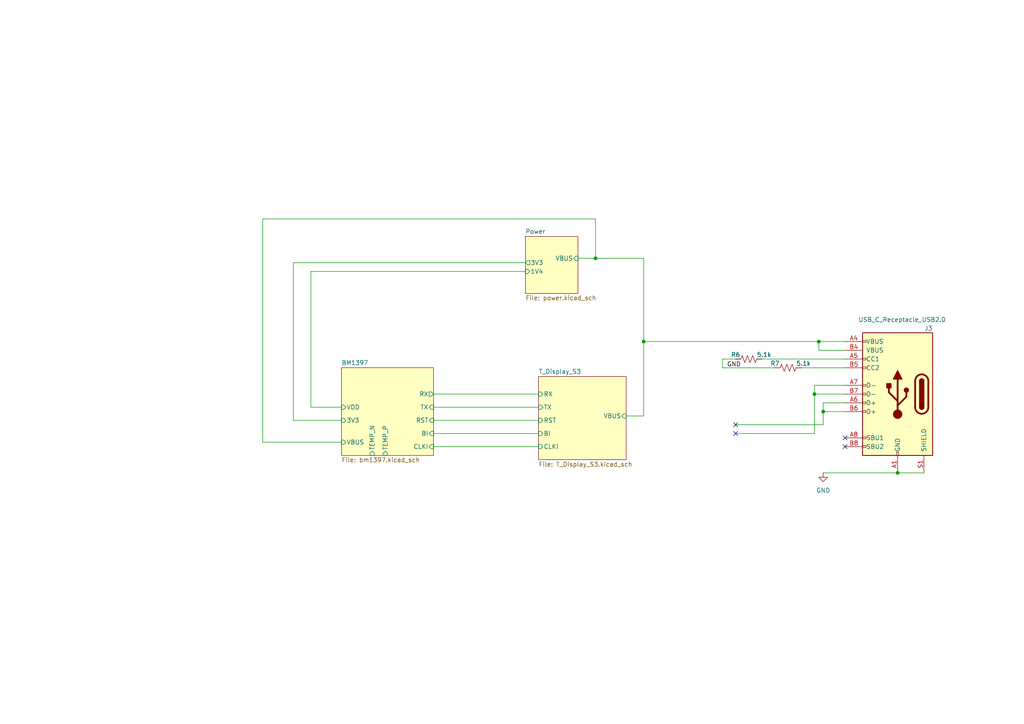
<source format=kicad_sch>
(kicad_sch (version 20231120) (generator "eeschema") (generator_version "8.0")
  (paper "A4")
  (lib_symbols
    (symbol "Device:R_US" (pin_numbers hide) (pin_names (offset 0))
      (property "Reference" "R" (at 2.54 0 90))
      (property "Value" "R_US" (at -2.54 0 90))
      (symbol "R_US_0_1"
        (polyline (pts (xy 0 -2.286) (xy 0 -2.54)))
        (polyline (pts (xy 0 2.286) (xy 0 2.54)))
        (polyline (pts (xy 0 -0.762) (xy 1.016 -1.143) (xy 0 -1.524) (xy -1.016 -1.905) (xy 0 -2.286)))
        (polyline (pts (xy 0 0.762) (xy 1.016 0.381) (xy 0 0) (xy -1.016 -0.381) (xy 0 -0.762)))
        (polyline (pts (xy 0 2.286) (xy 1.016 1.905) (xy 0 1.524) (xy -1.016 1.143) (xy 0 0.762)))
      )
      (symbol "R_US_1_1"
        (pin passive line (at 0 3.81 270) (length 1.27) (name "~") (number "1"))
        (pin passive line (at 0 -3.81 90) (length 1.27) (name "~") (number "2"))
      )
    )
    (symbol "bitaxe:USB_C_Receptacle_USB2.0" (pin_names (offset 1.016))
      (property "Reference" "J" (at -10.16 19.05 0))
      (property "Value" "USB_C_Receptacle_USB2.0" (at 19.05 19.05 0))
      (symbol "USB_C_Receptacle_USB2.0_0_0"
        (rectangle (start -0.254 -17.78) (end 0.254 -16.764))
        (rectangle (start 10.16 -14.986) (end 9.144 -15.494))
        (rectangle (start 10.16 -12.446) (end 9.144 -12.954))
        (rectangle (start 10.16 -4.826) (end 9.144 -5.334))
        (rectangle (start 10.16 -2.286) (end 9.144 -2.794))
        (rectangle (start 10.16 0.254) (end 9.144 -0.254))
        (rectangle (start 10.16 2.794) (end 9.144 2.286))
        (rectangle (start 10.16 7.874) (end 9.144 7.366))
        (rectangle (start 10.16 10.414) (end 9.144 9.906))
        (rectangle (start 10.16 15.494) (end 9.144 14.986))
      )
      (symbol "USB_C_Receptacle_USB2.0_0_1"
        (rectangle (start -10.16 17.78) (end 10.16 -17.78) (stroke (width 0.254)) (fill (type background)))
        (arc (start -8.89 -3.81) (mid -6.985 -5.7067) (end -5.08 -3.81) (stroke (width 0.508)))
        (arc (start -7.62 -3.81) (mid -6.985 -4.4423) (end -6.35 -3.81) (stroke (width 0.254)))
        (arc (start -7.62 -3.81) (mid -6.985 -4.4423) (end -6.35 -3.81) (stroke (width 0.254)) (fill (type outline)))
        (rectangle (start -7.62 -3.81) (end -6.35 3.81) (stroke (width 0.254)) (fill (type outline)))
        (arc (start -6.35 3.81) (mid -6.985 4.4423) (end -7.62 3.81) (stroke (width 0.254)))
        (arc (start -6.35 3.81) (mid -6.985 4.4423) (end -7.62 3.81) (stroke (width 0.254)) (fill (type outline)))
        (arc (start -5.08 3.81) (mid -6.985 5.7067) (end -8.89 3.81) (stroke (width 0.508)))
        (circle (center -2.54 1.143) (radius 0.635) (stroke (width 0.254)) (fill (type outline)))
        (circle (center 0 -5.842) (radius 1.27) (fill (type outline)))
        (polyline (pts (xy -8.89 -3.81) (xy -8.89 3.81)) (stroke (width 0.508)))
        (polyline (pts (xy -5.08 3.81) (xy -5.08 -3.81)) (stroke (width 0.508)))
        (polyline (pts (xy 0 -5.842) (xy 0 4.318)) (stroke (width 0.508)))
        (polyline (pts (xy 0 -3.302) (xy -2.54 -0.762) (xy -2.54 0.508)) (stroke (width 0.508)))
        (polyline (pts (xy 0 -2.032) (xy 2.54 0.508) (xy 2.54 1.778)) (stroke (width 0.508)))
        (polyline (pts (xy -1.27 4.318) (xy 0 6.858) (xy 1.27 4.318) (xy -1.27 4.318)) (stroke (width 0.254)) (fill (type outline)))
        (rectangle (start 1.905 1.778) (end 3.175 3.048) (stroke (width 0.254)) (fill (type outline)))
      )
      (symbol "USB_C_Receptacle_USB2.0_1_1"
        (pin passive line (at 0 -22.86 90) (length 5.08) (name "GND") (number "A1"))
        (pin passive line (at 15.24 15.24 180) (length 5.08) (name "VBUS") (number "A4"))
        (pin bidirectional line (at 15.24 10.16 180) (length 5.08) (name "CC1") (number "A5"))
        (pin bidirectional line (at 15.24 -2.54 180) (length 5.08) (name "D+") (number "A6"))
        (pin bidirectional line (at 15.24 2.54 180) (length 5.08) (name "D-") (number "A7"))
        (pin bidirectional line (at 15.24 -12.7 180) (length 5.08) (name "SBU1") (number "A8"))
        (pin passive line (at 0 -22.86 90) (length 5.08) hide (name "GND") (number "B1"))
        (pin passive line (at 15.24 12.7 180) (length 5.08) (name "VBUS") (number "B4"))
        (pin bidirectional line (at 15.24 7.62 180) (length 5.08) (name "CC2") (number "B5"))
        (pin bidirectional line (at 15.24 -5.08 180) (length 5.08) (name "D+") (number "B6"))
        (pin bidirectional line (at 15.24 0 180) (length 5.08) (name "D-") (number "B7"))
        (pin bidirectional line (at 15.24 -15.24 180) (length 5.08) (name "SBU2") (number "B8"))
        (pin passive line (at -7.62 -22.86 90) (length 5.08) (name "SHIELD") (number "S1"))
      )
    )
    (symbol "power:GND" (power) (pin_numbers hide) (pin_names (offset 0) hide)
      (property "Value" "GND" (at 0 -3.81 0))
      (symbol "GND_0_1"
        (polyline (pts (xy 0 0) (xy 0 -1.27) (xy 1.27 -1.27) (xy 0 -2.54) (xy -1.27 -1.27) (xy 0 -1.27)))
      )
      (symbol "GND_1_1"
        (pin power_in line (at 0 0 270) (length 0) (name "~") (number "1"))
      )
    )
  )
  (junction (at 172.72 74.93))
  (junction (at 238.76 119.38))
  (junction (at 236.22 114.3))
  (junction (at 260.35 137.16))
  (junction (at 186.69 99.06))
  (junction (at 237.49 99.06))
  (no_connect (at 213.36 125.73))
  (no_connect (at 213.36 123.19))
  (no_connect (at 245.11 127))
  (no_connect (at 245.11 129.54))
  (wire (pts (xy 172.72 74.93) (xy 172.72 63.5)))
  (wire (pts (xy 232.41 106.68) (xy 245.11 106.68)))
  (wire (pts (xy 238.76 116.84) (xy 245.11 116.84)))
  (wire (pts (xy 181.61 120.65) (xy 186.69 120.65)))
  (wire (pts (xy 76.2 128.27) (xy 99.06 128.27)))
  (wire (pts (xy 152.4 76.2) (xy 85.09 76.2)))
  (wire (pts (xy 238.76 119.38) (xy 245.11 119.38)))
  (wire (pts (xy 236.22 111.76) (xy 236.22 114.3)))
  (wire (pts (xy 238.76 137.16) (xy 260.35 137.16)))
  (wire (pts (xy 224.79 106.68) (xy 209.55 106.68)))
  (wire (pts (xy 236.22 114.3) (xy 236.22 125.73)))
  (wire (pts (xy 236.22 114.3) (xy 245.11 114.3)))
  (wire (pts (xy 213.36 125.73) (xy 236.22 125.73)))
  (wire (pts (xy 152.4 78.74) (xy 90.17 78.74)))
  (wire (pts (xy 125.73 118.11) (xy 156.21 118.11)))
  (wire (pts (xy 209.55 106.68) (xy 209.55 104.14)))
  (wire (pts (xy 76.2 63.5) (xy 76.2 128.27)))
  (wire (pts (xy 172.72 74.93) (xy 167.64 74.93)))
  (wire (pts (xy 237.49 99.06) (xy 237.49 101.6)))
  (wire (pts (xy 125.73 125.73) (xy 156.21 125.73)))
  (wire (pts (xy 237.49 101.6) (xy 245.11 101.6)))
  (wire (pts (xy 85.09 121.92) (xy 99.06 121.92)))
  (wire (pts (xy 172.72 63.5) (xy 76.2 63.5)))
  (wire (pts (xy 220.98 104.14) (xy 245.11 104.14)))
  (wire (pts (xy 85.09 76.2) (xy 85.09 121.92)))
  (wire (pts (xy 245.11 111.76) (xy 236.22 111.76)))
  (wire (pts (xy 125.73 121.92) (xy 156.21 121.92)))
  (wire (pts (xy 125.73 114.3) (xy 156.21 114.3)))
  (wire (pts (xy 238.76 123.19) (xy 238.76 119.38)))
  (wire (pts (xy 186.69 99.06) (xy 186.69 120.65)))
  (wire (pts (xy 90.17 78.74) (xy 90.17 118.11)))
  (wire (pts (xy 238.76 119.38) (xy 238.76 116.84)))
  (wire (pts (xy 186.69 74.93) (xy 172.72 74.93)))
  (wire (pts (xy 125.73 129.54) (xy 156.21 129.54)))
  (wire (pts (xy 213.36 123.19) (xy 238.76 123.19)))
  (wire (pts (xy 186.69 74.93) (xy 186.69 99.06)))
  (wire (pts (xy 186.69 99.06) (xy 237.49 99.06)))
  (wire (pts (xy 260.35 137.16) (xy 267.97 137.16)))
  (wire (pts (xy 90.17 118.11) (xy 99.06 118.11)))
  (wire (pts (xy 209.55 104.14) (xy 213.36 104.14)))
  (wire (pts (xy 237.49 99.06) (xy 245.11 99.06)))
  (label "GND" (at 210.82 106.68 0))
  (symbol (lib_id "bitaxe:USB_C_Receptacle_USB2.0") (at 260.35 114.3 0) (mirror y) (unit 1)
    (property "Reference" "J3" (at 270.51 95.25 0) (effects (justify left)))
    (property "Value" "USB_C_Receptacle_USB2.0" (at 248.92 92.71 0) (effects (justify right)))
    (property "Footprint" "Connector_USB:USB_C_Receptacle_GCT_USB4105-xx-A_16P_TopMnt_Horizontal" (effects (hide yes)))
    (property "Datasheet" "https://www.usb.org/sites/default/files/documents/usb_type-c.zip" (effects (hide yes)))
    (property "DK" "2073-USB4105-GF-ACT-ND" (effects (hide yes)))
    (property "PARTNO" "USB4105-GF-A" (effects (hide yes)))
  )
  (symbol (lib_id "power:GND") (at 238.76 137.16 0) (unit 1)
    (property "Reference" "#PWR04" (effects (hide yes)))
    (property "Value" "GND" (at 238.76 142.24 0))
    (property "Description" "Power symbol creates a global label with name \"GND\" , ground" (effects (hide yes)))
  )
  (symbol (lib_id "Device:R_US") (at 217.17 104.14 90) (unit 1)
    (property "Reference" "R6" (at 213.36 102.87 90))
    (property "Value" "5.1k" (at 221.615 102.87 90))
    (property "Footprint" "Resistor_SMD:R_0402_1005Metric" (effects (hide yes)))
    (property "DK" "RMCF0402JT5K10CT-ND" (effects (hide yes)))
    (property "PARTNO" "RMCF0402JT5K10" (effects (hide yes)))
  )
  (symbol (lib_id "Device:R_US") (at 228.6 106.68 90) (unit 1)
    (property "Reference" "R7" (at 224.79 105.41 90))
    (property "Value" "5.1k" (at 233.045 105.41 90))
    (property "Footprint" "Resistor_SMD:R_0402_1005Metric" (effects (hide yes)))
    (property "DK" "RMCF0402JT5K10CT-ND" (effects (hide yes)))
    (property "PARTNO" "RMCF0402JT5K10" (effects (hide yes)))
  )
  (sheet (at 99.06 106.68) (size 26.67 25.4) (stroke (width 0.1524)) (fill (color 255 255 194 1.0000))
    (property "Sheetname" "BM1397" (at 99.06 105.9684 0) (effects (justify left bottom)))
    (property "Sheetfile" "bm1397.kicad_sch" (at 99.06 132.6646 0) (effects (justify left top)))
    (pin "VDD" input (at 99.06 118.11 180))
    (pin "TEMP_N" input (at 107.95 132.08 270))
    (pin "TEMP_P" input (at 111.76 132.08 270))
    (pin "TX" input (at 125.73 118.11 0))
    (pin "3V3" input (at 99.06 121.92 180))
    (pin "BI" input (at 125.73 125.73 0))
    (pin "RX" output (at 125.73 114.3 0))
    (pin "RST" input (at 125.73 121.92 0))
    (pin "CLKI" input (at 125.73 129.54 0))
    (pin "VBUS" input (at 99.06 128.27 180))
  )
  (sheet (at 152.4 68.58) (size 15.24 16.51) (stroke (width 0.1524)) (fill (color 255 255 194 1.0000))
    (property "Sheetname" "Power" (at 152.4 67.8684 0) (effects (justify left bottom)))
    (property "Sheetfile" "power.kicad_sch" (at 152.4 85.6746 0) (effects (justify left top)))
    (pin "VBUS" input (at 167.64 74.93 0))
    (pin "3V3" output (at 152.4 76.2 180))
    (pin "1V4" input (at 152.4 78.74 180))
  )
  (sheet (at 156.21 109.22) (size 25.4 24.13) (stroke (width 0.1524)) (fill (color 255 255 194 1.0000))
    (property "Sheetname" "T_Display_S3" (at 156.21 108.5084 0) (effects (justify left bottom)))
    (property "Sheetfile" "T_Display_S3.kicad_sch" (at 156.21 133.9346 0) (effects (justify left top)))
    (pin "VBUS" input (at 181.61 120.65 0))
    (pin "RX" input (at 156.21 114.3 180))
    (pin "TX" input (at 156.21 118.11 180))
    (pin "RST" input (at 156.21 121.92 180))
    (pin "BI" input (at 156.21 125.73 180))
    (pin "CLKI" input (at 156.21 129.54 180))
  )
)
</source>
